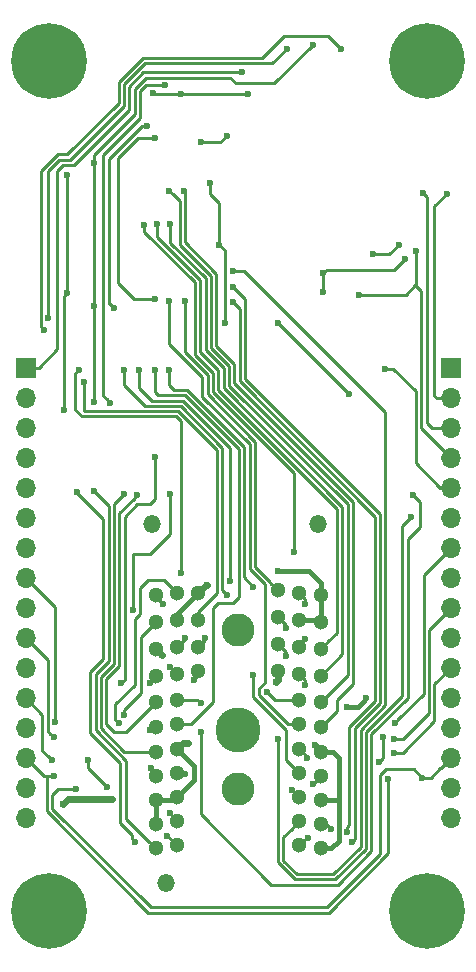
<source format=gbl>
G04 #@! TF.FileFunction,Copper,L2,Bot,Signal*
%FSLAX46Y46*%
G04 Gerber Fmt 4.6, Leading zero omitted, Abs format (unit mm)*
G04 Created by KiCad (PCBNEW 4.0.6) date 03/31/18 20:17:10*
%MOMM*%
%LPD*%
G01*
G04 APERTURE LIST*
%ADD10C,0.100000*%
%ADD11C,6.400000*%
%ADD12O,1.500000X1.500000*%
%ADD13C,2.800000*%
%ADD14C,3.800000*%
%ADD15C,1.300000*%
%ADD16R,1.700000X1.700000*%
%ADD17O,1.700000X1.700000*%
%ADD18C,0.600000*%
%ADD19C,0.250000*%
%ADD20C,0.450000*%
%ADD21C,0.600000*%
%ADD22C,0.400000*%
G04 APERTURE END LIST*
D10*
D11*
X84000000Y-24000000D03*
X116000000Y-24000000D03*
X116000000Y-96000000D03*
D12*
X92700000Y-63200000D03*
X106800000Y-63200000D03*
D13*
X100000000Y-72200000D03*
D14*
X100000000Y-80650000D03*
D15*
X93020000Y-90700000D03*
X94820000Y-90450000D03*
X96620000Y-75700000D03*
X106980000Y-90700000D03*
X105180000Y-90450000D03*
X106980000Y-88650000D03*
X106980000Y-86600000D03*
X106980000Y-84550000D03*
X106980000Y-82500000D03*
X106980000Y-80400000D03*
X106980000Y-78300000D03*
X106980000Y-76100000D03*
X106980000Y-73820000D03*
X106980000Y-71540000D03*
X106980000Y-69260000D03*
X105180000Y-88400000D03*
X105180000Y-86350000D03*
X105180000Y-84300000D03*
X105180000Y-82250000D03*
X105180000Y-80200000D03*
X105180000Y-78100000D03*
X105180000Y-75900000D03*
X105180000Y-73620000D03*
X105180000Y-71340000D03*
X105180000Y-69060000D03*
X103380000Y-75700000D03*
X103380000Y-73420000D03*
X103380000Y-71140000D03*
X103380000Y-68860000D03*
X96620000Y-73620000D03*
X96620000Y-71340000D03*
X96620000Y-69060000D03*
X93020000Y-88650000D03*
X93020000Y-86600000D03*
X93020000Y-84550000D03*
X93020000Y-82500000D03*
X93020000Y-80400000D03*
X93020000Y-78300000D03*
X93020000Y-76100000D03*
X93020000Y-73820000D03*
X93020000Y-71540000D03*
X93020000Y-69260000D03*
X94820000Y-88400000D03*
X94820000Y-86350000D03*
X94820000Y-84300000D03*
X94820000Y-82250000D03*
X94820000Y-80200000D03*
X94820000Y-78100000D03*
X94820000Y-75900000D03*
X94820000Y-73620000D03*
X94820000Y-71340000D03*
X94820000Y-69060000D03*
D13*
X100000000Y-85700000D03*
D12*
X93900000Y-93600000D03*
D11*
X84000000Y-96000000D03*
D16*
X118000000Y-50000000D03*
D17*
X118000000Y-52540000D03*
X118000000Y-55080000D03*
X118000000Y-57620000D03*
X118000000Y-60160000D03*
X118000000Y-62700000D03*
X118000000Y-65240000D03*
X118000000Y-67780000D03*
X118000000Y-70320000D03*
X118000000Y-72860000D03*
X118000000Y-75400000D03*
X118000000Y-77940000D03*
X118000000Y-80480000D03*
X118000000Y-83020000D03*
X118000000Y-85560000D03*
X118000000Y-88100000D03*
D16*
X82000000Y-50000000D03*
D17*
X82000000Y-52540000D03*
X82000000Y-55080000D03*
X82000000Y-57620000D03*
X82000000Y-60160000D03*
X82000000Y-62700000D03*
X82000000Y-65240000D03*
X82000000Y-67780000D03*
X82000000Y-70320000D03*
X82000000Y-72860000D03*
X82000000Y-75400000D03*
X82000000Y-77940000D03*
X82000000Y-80480000D03*
X82000000Y-83020000D03*
X82000000Y-85560000D03*
X82000000Y-88100000D03*
D18*
X98850000Y-46175000D03*
X98400000Y-39600000D03*
X97600000Y-34400000D03*
X99025000Y-30375000D03*
X96875000Y-30925000D03*
X85525000Y-33700000D03*
X85525000Y-43675000D03*
X85300000Y-53600000D03*
X111400000Y-40400000D03*
X113600000Y-39600000D03*
X111900000Y-83400000D03*
X112300000Y-81300000D03*
X88900000Y-85500000D03*
X87275000Y-83175000D03*
X110850000Y-78000000D03*
X109184981Y-78699989D03*
X89325000Y-86525000D03*
X85204449Y-86904449D03*
X107200000Y-43600000D03*
X114100000Y-40800000D03*
X97400000Y-68400000D03*
X106500000Y-81925000D03*
X95725000Y-81750000D03*
X93525000Y-74300000D03*
X103200000Y-76600000D03*
X103400000Y-67200018D03*
X107200000Y-42000000D03*
X87825000Y-60475000D03*
X93975000Y-89625000D03*
X96225000Y-76425000D03*
X105875000Y-89800000D03*
X99575000Y-44475000D03*
X109249957Y-89269741D03*
X107825000Y-89075000D03*
X106300000Y-85220000D03*
X99575000Y-43175000D03*
X109600000Y-90175000D03*
X95460000Y-35030000D03*
X94190000Y-35030000D03*
X94275000Y-37850000D03*
X93125000Y-37850000D03*
X99575002Y-41825000D03*
X104550000Y-85750000D03*
X94160000Y-50220000D03*
X101275000Y-76025000D03*
X101300000Y-68525000D03*
X105800000Y-83000000D03*
X94175000Y-44375000D03*
X114624999Y-62675000D03*
X115675000Y-35175000D03*
X103350000Y-81475000D03*
X102425000Y-77425000D03*
X105700000Y-76850000D03*
X104700000Y-65600000D03*
X105625000Y-72950000D03*
X92050000Y-37875000D03*
X105700000Y-70025000D03*
X104050000Y-74400000D03*
X104050000Y-72050000D03*
X95525000Y-44350000D03*
X90350000Y-50199998D03*
X97225000Y-72875000D03*
X99075000Y-69200000D03*
X86950000Y-51175000D03*
X92600000Y-83900000D03*
X90300000Y-60700000D03*
X92563393Y-80649999D03*
X91475000Y-60775000D03*
X92950000Y-57575000D03*
X90100000Y-76725000D03*
X92550000Y-76725000D03*
X90300000Y-79375000D03*
X86525000Y-50150000D03*
X95150000Y-67400000D03*
X93625000Y-70000000D03*
X94200000Y-87725000D03*
X86400000Y-60525000D03*
X91300000Y-90150000D03*
X95500000Y-84400000D03*
X92975000Y-50200000D03*
X114825000Y-60775000D03*
X117675000Y-35275000D03*
X96825000Y-80825000D03*
X96825000Y-78425000D03*
X94200000Y-60725000D03*
X91075000Y-70525000D03*
X94250000Y-75350000D03*
X91610000Y-50190000D03*
X99350000Y-68075002D03*
X95500000Y-72900000D03*
X89900000Y-80100000D03*
X92810000Y-26730000D03*
X95200000Y-26800000D03*
X100800000Y-26800000D03*
X87820000Y-44790000D03*
X106325000Y-22650000D03*
X87775000Y-32650000D03*
X87825000Y-52925000D03*
X86300000Y-85625000D03*
X115600000Y-84700000D03*
X112674965Y-84855188D03*
X84400000Y-84600000D03*
X92925000Y-44175000D03*
X92925000Y-30550000D03*
X89450000Y-44940000D03*
X92250000Y-29550000D03*
X93800000Y-26075021D03*
X89175000Y-52975000D03*
X115100000Y-40099996D03*
X110200000Y-43800000D03*
X100300000Y-24999994D03*
X83940000Y-45790000D03*
X104100000Y-23000000D03*
X83590000Y-46800000D03*
X108700000Y-23000000D03*
X109400000Y-52200000D03*
X103400000Y-46200000D03*
X112425000Y-50125000D03*
X84500000Y-80000000D03*
X84399992Y-81300000D03*
X84200000Y-83200000D03*
X113200000Y-82600000D03*
X113200000Y-81400000D03*
X113260000Y-80050000D03*
D19*
X98850000Y-45750736D02*
X98850000Y-46175000D01*
X98850000Y-40050000D02*
X98850000Y-45750736D01*
X98400000Y-39600000D02*
X98850000Y-40050000D01*
X97600000Y-35275000D02*
X98400000Y-36075000D01*
X98400000Y-36075000D02*
X98400000Y-39600000D01*
X97600000Y-34400000D02*
X97600000Y-35275000D01*
X96875000Y-30925000D02*
X98475000Y-30925000D01*
X98475000Y-30925000D02*
X99025000Y-30375000D01*
X85525000Y-33700000D02*
X85525000Y-43675000D01*
X85300000Y-53600000D02*
X85300000Y-43900000D01*
X85300000Y-43900000D02*
X85525000Y-43675000D01*
X113600000Y-39600000D02*
X112800000Y-40400000D01*
X112800000Y-40400000D02*
X111400000Y-40400000D01*
X112300000Y-83000000D02*
X112199999Y-83100001D01*
X112300000Y-81300000D02*
X112300000Y-83000000D01*
X112199999Y-83100001D02*
X111900000Y-83400000D01*
X87275000Y-83875000D02*
X88600001Y-85200001D01*
X87275000Y-83175000D02*
X87275000Y-83875000D01*
X88600001Y-85200001D02*
X88900000Y-85500000D01*
D20*
X110550001Y-78299999D02*
X110850000Y-78000000D01*
X110150011Y-78699989D02*
X110550001Y-78299999D01*
X109184981Y-78699989D02*
X110150011Y-78699989D01*
D21*
X85583899Y-86525000D02*
X85504448Y-86604450D01*
X89325000Y-86525000D02*
X85583899Y-86525000D01*
X85504448Y-86604450D02*
X85204449Y-86904449D01*
D22*
X108500000Y-86600000D02*
X108500000Y-83000000D01*
X108500000Y-83000000D02*
X108000000Y-82500000D01*
X108000000Y-82500000D02*
X106980000Y-82500000D01*
X106980000Y-86600000D02*
X108500000Y-86600000D01*
X108500000Y-86600000D02*
X108549956Y-86649956D01*
X106980000Y-90700000D02*
X107899238Y-90700000D01*
X107899238Y-90700000D02*
X108549956Y-90049282D01*
X108549956Y-90049282D02*
X108549956Y-86649956D01*
X106980000Y-86600000D02*
X107600000Y-86600000D01*
D19*
X107200000Y-42000000D02*
X107200000Y-43600000D01*
X113200000Y-41700000D02*
X107499999Y-41700001D01*
X107499999Y-41700001D02*
X107200000Y-42000000D01*
X114100000Y-40800000D02*
X113200000Y-41700000D01*
D21*
X97280000Y-68400000D02*
X96620000Y-69060000D01*
X97400000Y-68400000D02*
X97280000Y-68400000D01*
D22*
X96299989Y-84870011D02*
X95469999Y-85700001D01*
X96299989Y-83729989D02*
X96299989Y-84870011D01*
X94820000Y-82250000D02*
X96299989Y-83729989D01*
X95469999Y-85700001D02*
X94820000Y-86350000D01*
D21*
X106799999Y-82224999D02*
X106500000Y-81925000D01*
X106980000Y-82405000D02*
X106799999Y-82224999D01*
X106980000Y-82500000D02*
X106980000Y-82405000D01*
X95725000Y-81750000D02*
X95320000Y-81750000D01*
X95320000Y-81750000D02*
X94820000Y-82250000D01*
X93020000Y-73820000D02*
X93045000Y-73820000D01*
X93045000Y-73820000D02*
X93525000Y-74300000D01*
X103380000Y-75700000D02*
X103380000Y-76420000D01*
X103380000Y-76420000D02*
X103200000Y-76600000D01*
D22*
X103400000Y-67200018D02*
X103400018Y-67200000D01*
X103400018Y-67200000D02*
X106000000Y-67200000D01*
X106000000Y-67200000D02*
X107000000Y-68200000D01*
X107000000Y-68200000D02*
X107000000Y-69240000D01*
X107000000Y-69240000D02*
X106980000Y-69260000D01*
D19*
X106980000Y-82500000D02*
X106980000Y-82180000D01*
X106980000Y-82180000D02*
X106899999Y-82099999D01*
D22*
X93020000Y-86600000D02*
X94570000Y-86600000D01*
X94570000Y-86600000D02*
X94820000Y-86350000D01*
X93020000Y-88650000D02*
X93020000Y-86600000D01*
X106980000Y-69260000D02*
X106980000Y-71540000D01*
X105180000Y-71340000D02*
X106780000Y-71340000D01*
D21*
X106780000Y-71340000D02*
X106980000Y-71540000D01*
D22*
X96620000Y-69060000D02*
X94820000Y-70860000D01*
D19*
X92370001Y-90050001D02*
X93020000Y-90700000D01*
X90500009Y-83263599D02*
X90500009Y-88180009D01*
X87950011Y-80713601D02*
X90500009Y-83263599D01*
X87825000Y-60475000D02*
X89050011Y-61700011D01*
X87950011Y-75961399D02*
X87950011Y-80713601D01*
X89050011Y-74861400D02*
X87950011Y-75961399D01*
X90500009Y-88180009D02*
X92370001Y-90050001D01*
X89050011Y-61700011D02*
X89050011Y-74861400D01*
X93975000Y-89625000D02*
X93995000Y-89625000D01*
X93995000Y-89625000D02*
X94820000Y-90450000D01*
X96225000Y-76425000D02*
X96225000Y-76095000D01*
X96225000Y-76095000D02*
X96620000Y-75700000D01*
X105875000Y-89800000D02*
X105830000Y-89800000D01*
X105830000Y-89800000D02*
X105180000Y-90450000D01*
X109249957Y-89269741D02*
X109249957Y-88845477D01*
X109249957Y-88845477D02*
X109400000Y-88695434D01*
X109400000Y-88695434D02*
X109400000Y-80375002D01*
X109400000Y-80375002D02*
X111574978Y-78200024D01*
X111574978Y-78200024D02*
X111574978Y-62597799D01*
X111574978Y-62597799D02*
X100124244Y-51147066D01*
X100124244Y-51147066D02*
X100124244Y-45024244D01*
X100124244Y-45024244D02*
X99874999Y-44774999D01*
X99874999Y-44774999D02*
X99575000Y-44475000D01*
X106980000Y-88650000D02*
X107400000Y-88650000D01*
X107400000Y-88650000D02*
X107825000Y-89075000D01*
X106980000Y-84550000D02*
X106310000Y-85220000D01*
X106310000Y-85220000D02*
X106300000Y-85220000D01*
X112024989Y-78386424D02*
X109899999Y-80511414D01*
X99575000Y-43175000D02*
X100574255Y-44174255D01*
X100574255Y-44174255D02*
X100574255Y-50960666D01*
X109899999Y-80511414D02*
X109899999Y-89875001D01*
X100574255Y-50960666D02*
X112024989Y-62411399D01*
X109899999Y-89875001D02*
X109600000Y-90175000D01*
X112024989Y-62411399D02*
X112024989Y-78386424D01*
X106980000Y-80400000D02*
X108350000Y-79030000D01*
X108350000Y-79030000D02*
X108350000Y-78150000D01*
X108350000Y-78150000D02*
X109725000Y-76775000D01*
X109725000Y-76775000D02*
X109725000Y-61384233D01*
X99674233Y-49658465D02*
X98150000Y-48134232D01*
X98150000Y-48134232D02*
X98150000Y-42029357D01*
X109725000Y-61384233D02*
X99674233Y-51333466D01*
X99674233Y-51333466D02*
X99674233Y-49658465D01*
X98150000Y-42029357D02*
X95500000Y-39379357D01*
X95500000Y-39379357D02*
X95500000Y-35310000D01*
X95490000Y-35060000D02*
X95460000Y-35030000D01*
X95500000Y-35310000D02*
X95490000Y-35300000D01*
X95490000Y-35300000D02*
X95490000Y-35060000D01*
X94489999Y-35329999D02*
X94190000Y-35030000D01*
X95049989Y-35889989D02*
X94489999Y-35329999D01*
X97699989Y-42215757D02*
X95049989Y-39565757D01*
X97699989Y-48320632D02*
X97699989Y-42215757D01*
X106980000Y-78300000D02*
X109274989Y-76005011D01*
X99224222Y-49844865D02*
X97699989Y-48320632D01*
X109274989Y-61570633D02*
X99224222Y-51519866D01*
X109274989Y-76005011D02*
X109274989Y-61570633D01*
X99224222Y-51519866D02*
X99224222Y-49844865D01*
X95049989Y-39565757D02*
X95049989Y-35889989D01*
X108824978Y-61757033D02*
X98774211Y-51706266D01*
X97249978Y-42402156D02*
X94275000Y-39427178D01*
X97249978Y-48507032D02*
X97249978Y-42402156D01*
X98774211Y-51706266D02*
X98774211Y-50031265D01*
X108824978Y-74255022D02*
X108824978Y-61757033D01*
X94275000Y-38274264D02*
X94275000Y-37850000D01*
X94275000Y-39427178D02*
X94275000Y-38274264D01*
X98774211Y-50031265D02*
X97249978Y-48507032D01*
X106980000Y-76100000D02*
X108824978Y-74255022D01*
X107629999Y-73170001D02*
X106980000Y-73820000D01*
X108374967Y-61943433D02*
X108374967Y-72425033D01*
X98324200Y-50217665D02*
X98324200Y-51892666D01*
X98324200Y-51892666D02*
X108374967Y-61943433D01*
X96799967Y-48693432D02*
X98324200Y-50217665D01*
X96799967Y-42588556D02*
X96799967Y-48693432D01*
X93125000Y-37850000D02*
X93125000Y-38913589D01*
X93125000Y-38913589D02*
X96799967Y-42588556D01*
X108374967Y-72425033D02*
X107629999Y-73170001D01*
X99575002Y-41825000D02*
X100515000Y-41825000D01*
X112475000Y-53785000D02*
X112475000Y-78572824D01*
X103825000Y-91725000D02*
X103825000Y-89755000D01*
X100515000Y-41825000D02*
X112475000Y-53785000D01*
X110374977Y-90545793D02*
X108045770Y-92875000D01*
X112475000Y-78572824D02*
X110374977Y-80672847D01*
X110374977Y-80672847D02*
X110374977Y-90545793D01*
X104975000Y-92875000D02*
X103825000Y-91725000D01*
X108045770Y-92875000D02*
X104975000Y-92875000D01*
X103825000Y-89755000D02*
X104530001Y-89049999D01*
X104530001Y-89049999D02*
X105180000Y-88400000D01*
X104849999Y-86049999D02*
X104550000Y-85750000D01*
X105180000Y-86350000D02*
X105150000Y-86350000D01*
X105150000Y-86350000D02*
X104849999Y-86049999D01*
X94160000Y-50220000D02*
X94160000Y-50644264D01*
X94170000Y-51500000D02*
X94530000Y-51860000D01*
X94530000Y-51860000D02*
X95680644Y-51860000D01*
X94160000Y-50644264D02*
X94170000Y-50654264D01*
X94170000Y-50654264D02*
X94170000Y-51500000D01*
X95680644Y-51860000D02*
X100524978Y-56704334D01*
X100524978Y-56704334D02*
X100524978Y-67749978D01*
X100524978Y-67749978D02*
X101300000Y-68525000D01*
X105180000Y-84300000D02*
X104050000Y-83170000D01*
X104050000Y-83170000D02*
X104050000Y-80636415D01*
X104050000Y-80636415D02*
X101275000Y-77861415D01*
X101275000Y-76888611D02*
X101275000Y-76025000D01*
X101275000Y-77861415D02*
X101275000Y-76888611D01*
X105800000Y-83000000D02*
X105800000Y-82870000D01*
X105800000Y-82870000D02*
X105180000Y-82250000D01*
X94175000Y-44799264D02*
X94175000Y-44375000D01*
X94175000Y-47977698D02*
X94175000Y-44799264D01*
X100974989Y-56452687D02*
X96974167Y-52451866D01*
X101774998Y-77714236D02*
X101774998Y-77124998D01*
X102249999Y-68336410D02*
X100974989Y-67061400D01*
X96974167Y-52451866D02*
X96974167Y-50776865D01*
X96974167Y-50776865D02*
X94175000Y-47977698D01*
X102249999Y-76649997D02*
X102249999Y-68336410D01*
X105180000Y-80200000D02*
X104260762Y-80200000D01*
X100974989Y-67061400D02*
X100974989Y-56452687D01*
X101774998Y-77124998D02*
X102249999Y-76649997D01*
X104260762Y-80200000D02*
X101774998Y-77714236D01*
X103350000Y-91886411D02*
X104788600Y-93325011D01*
X113900000Y-63399999D02*
X114325000Y-62974999D01*
X110824988Y-90732192D02*
X110824988Y-80859247D01*
X110824988Y-80859247D02*
X113900000Y-77784235D01*
X103350000Y-81475000D02*
X103350000Y-91886411D01*
X108232169Y-93325011D02*
X110824988Y-90732192D01*
X113900000Y-77784235D02*
X113900000Y-63399999D01*
X104788600Y-93325011D02*
X108232169Y-93325011D01*
X114325000Y-62974999D02*
X114624999Y-62675000D01*
X116025000Y-54700000D02*
X116405000Y-55080000D01*
X116405000Y-55080000D02*
X118000000Y-55080000D01*
X116025000Y-35525000D02*
X116025000Y-54700000D01*
X115675000Y-35175000D02*
X116025000Y-35525000D01*
X105180000Y-78100000D02*
X103100000Y-78100000D01*
X103100000Y-78100000D02*
X102425000Y-77425000D01*
X105700000Y-76850000D02*
X105700000Y-76420000D01*
X105700000Y-76420000D02*
X105180000Y-75900000D01*
X97874189Y-52079066D02*
X97874189Y-50404065D01*
X97874189Y-50404065D02*
X96349956Y-48879832D01*
X96349956Y-42774956D02*
X92050000Y-38475000D01*
X104700000Y-58904876D02*
X97874189Y-52079066D01*
X92050000Y-38475000D02*
X92050000Y-38299264D01*
X96349956Y-48879832D02*
X96349956Y-42774956D01*
X104700000Y-65600000D02*
X104700000Y-58904876D01*
X92050000Y-38299264D02*
X92050000Y-37875000D01*
X105180000Y-73620000D02*
X105180000Y-73395000D01*
X105180000Y-73395000D02*
X105625000Y-72950000D01*
X105700000Y-70025000D02*
X105700000Y-69580000D01*
X105700000Y-69580000D02*
X105180000Y-69060000D01*
X104050000Y-74400000D02*
X104050000Y-74090000D01*
X104050000Y-74090000D02*
X103380000Y-73420000D01*
X104050000Y-72050000D02*
X104050000Y-71810000D01*
X104050000Y-71810000D02*
X103380000Y-71140000D01*
X102730001Y-68210001D02*
X103380000Y-68860000D01*
X97424178Y-52265466D02*
X101425000Y-56266287D01*
X95525000Y-48691287D02*
X97424178Y-50590465D01*
X95525000Y-44350000D02*
X95525000Y-48691287D01*
X102730001Y-68180001D02*
X102730001Y-68210001D01*
X101425000Y-66875000D02*
X102730001Y-68180001D01*
X97424178Y-50590465D02*
X97424178Y-52265466D01*
X101425000Y-56266287D02*
X101425000Y-66875000D01*
X90350000Y-51450000D02*
X90350000Y-50624262D01*
X90350000Y-50624262D02*
X90350000Y-50199998D01*
X95136389Y-53224978D02*
X92124978Y-53224978D01*
X98675000Y-56763589D02*
X95136389Y-53224978D01*
X98675000Y-68800000D02*
X98675000Y-56763589D01*
X99075000Y-69200000D02*
X98675000Y-68800000D01*
X92124978Y-53224978D02*
X90350000Y-51450000D01*
X97225000Y-72875000D02*
X97225000Y-73015000D01*
X97225000Y-73015000D02*
X96620000Y-73620000D01*
X99036388Y-69161388D02*
X99075000Y-69200000D01*
X96620000Y-71340000D02*
X96620000Y-70680000D01*
X98224988Y-69075012D02*
X98224988Y-56949988D01*
X96620000Y-70680000D02*
X98224988Y-69075012D01*
X98224988Y-56949988D02*
X94949989Y-53674989D01*
X94949989Y-53674989D02*
X86950000Y-53674989D01*
X86950000Y-53674989D02*
X86950000Y-51175000D01*
X93020000Y-84320000D02*
X92899999Y-84199999D01*
X92899999Y-84199999D02*
X92600000Y-83900000D01*
X93020000Y-84550000D02*
X93020000Y-84320000D01*
X89500022Y-61499978D02*
X90000001Y-60999999D01*
X89500022Y-75047800D02*
X89500022Y-61499978D01*
X88400022Y-80525022D02*
X88400022Y-76147799D01*
X90375000Y-82500000D02*
X88400022Y-80525022D01*
X93020000Y-82500000D02*
X90375000Y-82500000D01*
X88400022Y-76147799D02*
X89500022Y-75047800D01*
X90000001Y-60999999D02*
X90300000Y-60700000D01*
X92563393Y-80649999D02*
X92770001Y-80649999D01*
X92770001Y-80649999D02*
X93020000Y-80400000D01*
X93020000Y-78300000D02*
X90495000Y-80825000D01*
X91175001Y-61074999D02*
X91475000Y-60775000D01*
X89950033Y-62299967D02*
X91175001Y-61074999D01*
X90495000Y-80825000D02*
X89475000Y-80825000D01*
X89475000Y-80825000D02*
X88850033Y-80200033D01*
X89950033Y-75234200D02*
X89950033Y-62299967D01*
X88850033Y-76334199D02*
X89950033Y-75234200D01*
X88850033Y-80200033D02*
X88850033Y-76334199D01*
X92950000Y-57999264D02*
X92950000Y-57575000D01*
X92950000Y-61114915D02*
X92950000Y-57999264D01*
X90400044Y-62625692D02*
X91475735Y-61550001D01*
X90400044Y-76424956D02*
X90400044Y-62625692D01*
X90100000Y-76725000D02*
X90400044Y-76424956D01*
X91475735Y-61550001D02*
X92514914Y-61550001D01*
X92514914Y-61550001D02*
X92950000Y-61114915D01*
X93020000Y-76100000D02*
X93020000Y-76255000D01*
X93020000Y-76255000D02*
X92550000Y-76725000D01*
X93020000Y-71540000D02*
X91750000Y-72810000D01*
X91750000Y-72810000D02*
X91750000Y-77500736D01*
X91750000Y-77500736D02*
X90300000Y-78950736D01*
X90300000Y-78950736D02*
X90300000Y-79375000D01*
X86763590Y-54125000D02*
X86225001Y-53586411D01*
X95150000Y-67400000D02*
X95150000Y-54525000D01*
X94750000Y-54125000D02*
X86763590Y-54125000D01*
X95150000Y-54525000D02*
X94750000Y-54125000D01*
X86225001Y-53586411D02*
X86225001Y-50449999D01*
X86225001Y-50449999D02*
X86525000Y-50150000D01*
X93020000Y-69260000D02*
X93020000Y-69395000D01*
X93020000Y-69395000D02*
X93625000Y-70000000D01*
X94820000Y-88400000D02*
X94820000Y-88345000D01*
X94820000Y-88345000D02*
X94200000Y-87725000D01*
X90025000Y-88575000D02*
X91000001Y-89550001D01*
X88600000Y-62825000D02*
X88600000Y-74675000D01*
X91000001Y-89850001D02*
X91300000Y-90150000D01*
X86400000Y-60525000D02*
X86400000Y-60625000D01*
X86400000Y-60625000D02*
X88600000Y-62825000D01*
X88600000Y-74675000D02*
X87500000Y-75775000D01*
X87500000Y-75775000D02*
X87500000Y-80900000D01*
X87500000Y-80900000D02*
X90025000Y-83425000D01*
X90025000Y-83425000D02*
X90025000Y-88575000D01*
X91000001Y-89550001D02*
X91000001Y-89850001D01*
X94820000Y-84300000D02*
X95400000Y-84300000D01*
X95400000Y-84300000D02*
X95500000Y-84400000D01*
X94820000Y-80200000D02*
X95975004Y-80200000D01*
X95509189Y-52324956D02*
X93249956Y-52324956D01*
X95975004Y-80200000D02*
X97900000Y-78275004D01*
X97900000Y-78275004D02*
X97900000Y-70325000D01*
X97900000Y-70325000D02*
X98300000Y-69925000D01*
X100074967Y-69375033D02*
X100074967Y-56890734D01*
X98300000Y-69925000D02*
X99525000Y-69925000D01*
X99525000Y-69925000D02*
X100074967Y-69375033D01*
X100074967Y-56890734D02*
X95509189Y-52324956D01*
X93249956Y-52324956D02*
X92975000Y-52050000D01*
X92975000Y-52050000D02*
X92975000Y-50200000D01*
X114350011Y-64529989D02*
X115375002Y-63504998D01*
X96825000Y-87800000D02*
X102800022Y-93775022D01*
X114350011Y-77970635D02*
X114350011Y-64529989D01*
X108418568Y-93775022D02*
X111274999Y-90918591D01*
X115124999Y-61074999D02*
X114825000Y-60775000D01*
X115375002Y-63504998D02*
X115375002Y-61325002D01*
X96825000Y-80825000D02*
X96825000Y-87800000D01*
X102800022Y-93775022D02*
X108418568Y-93775022D01*
X111274999Y-81045647D02*
X114350011Y-77970635D01*
X115375002Y-61325002D02*
X115124999Y-61074999D01*
X111274999Y-90918591D02*
X111274999Y-81045647D01*
X117675000Y-35275000D02*
X116625000Y-36325000D01*
X116797919Y-52540000D02*
X118000000Y-52540000D01*
X116625000Y-36325000D02*
X116625000Y-52367081D01*
X116625000Y-52367081D02*
X116797919Y-52540000D01*
X94820000Y-78100000D02*
X96500000Y-78100000D01*
X96500000Y-78100000D02*
X96825000Y-78425000D01*
X92550000Y-65750000D02*
X94200000Y-64100000D01*
X94200000Y-64100000D02*
X94200000Y-60725000D01*
X91075000Y-70525000D02*
X91075000Y-65750000D01*
X91075000Y-65750000D02*
X92550000Y-65750000D01*
X94820000Y-75900000D02*
X94800000Y-75900000D01*
X94800000Y-75900000D02*
X94250000Y-75350000D01*
X91610000Y-50614264D02*
X91610000Y-50190000D01*
X91610000Y-51685000D02*
X91610000Y-50614264D01*
X92699967Y-52774967D02*
X91610000Y-51685000D01*
X95322789Y-52774967D02*
X92699967Y-52774967D01*
X99350000Y-56802178D02*
X95322789Y-52774967D01*
X99350000Y-68075002D02*
X99350000Y-56802178D01*
X95500000Y-72940000D02*
X95500000Y-72900000D01*
X94820000Y-73620000D02*
X95500000Y-72940000D01*
X92375000Y-67975000D02*
X93735000Y-67975000D01*
X91700001Y-70825001D02*
X91700001Y-68649999D01*
X91700001Y-68649999D02*
X92375000Y-67975000D01*
X89600001Y-78499999D02*
X91250000Y-76850000D01*
X91250000Y-71275002D02*
X91700001Y-70825001D01*
X91250000Y-76850000D02*
X91250000Y-71275002D01*
X89900000Y-80100000D02*
X89600001Y-79800001D01*
X93735000Y-67975000D02*
X94170001Y-68410001D01*
X89600001Y-79800001D02*
X89600001Y-78499999D01*
X94170001Y-68410001D02*
X94820000Y-69060000D01*
X92880000Y-26800000D02*
X92810000Y-26730000D01*
X95200000Y-26800000D02*
X92880000Y-26800000D01*
X100800000Y-26800000D02*
X95200000Y-26800000D01*
X91234389Y-26379200D02*
X91234389Y-28540611D01*
X87775000Y-32225736D02*
X87775000Y-32650000D01*
X92163578Y-25450011D02*
X91234389Y-26379200D01*
X99300011Y-25450011D02*
X92163578Y-25450011D01*
X106325000Y-22650000D02*
X103045000Y-25930000D01*
X87775000Y-32000000D02*
X87775000Y-32225736D01*
X99780000Y-25930000D02*
X99300011Y-25450011D01*
X91234389Y-28540611D02*
X87775000Y-32000000D01*
X103045000Y-25930000D02*
X99780000Y-25930000D01*
X87775000Y-32650000D02*
X87775000Y-44745000D01*
X87825000Y-52925000D02*
X87825000Y-44795000D01*
X87775000Y-44745000D02*
X87820000Y-44790000D01*
X87825000Y-44795000D02*
X87820000Y-44790000D01*
X112000011Y-91159989D02*
X107485000Y-95675000D01*
X84775000Y-85625000D02*
X85875736Y-85625000D01*
X107485000Y-95675000D02*
X92586410Y-95675000D01*
X115600000Y-84700000D02*
X114900000Y-84000000D01*
X114900000Y-84000000D02*
X112500000Y-84000000D01*
X112500000Y-84000000D02*
X112000011Y-84499989D01*
X112000011Y-84499989D02*
X112000011Y-91159989D01*
X92586410Y-95675000D02*
X84250000Y-87338590D01*
X84250000Y-87338590D02*
X84250000Y-86150000D01*
X84250000Y-86150000D02*
X84775000Y-85625000D01*
X85875736Y-85625000D02*
X86300000Y-85625000D01*
X117130001Y-83869999D02*
X116300000Y-84700000D01*
X116300000Y-84700000D02*
X115600000Y-84700000D01*
X118000000Y-83020000D02*
X117150001Y-83869999D01*
X117150001Y-83869999D02*
X117130001Y-83869999D01*
X83580000Y-84600000D02*
X83840000Y-84600000D01*
X83840000Y-84600000D02*
X84400000Y-84600000D01*
X83799989Y-85200011D02*
X83799989Y-84640011D01*
X83799989Y-84640011D02*
X83840000Y-84600000D01*
X112674965Y-85279452D02*
X112674965Y-84855188D01*
X107671400Y-96125011D02*
X112674965Y-91121446D01*
X83799989Y-87524990D02*
X92400010Y-96125011D01*
X83799989Y-85200011D02*
X83799989Y-87524990D01*
X112674965Y-91121446D02*
X112674965Y-85279452D01*
X92400010Y-96125011D02*
X107671400Y-96125011D01*
X82000000Y-83020000D02*
X83580000Y-84600000D01*
X92925000Y-30550000D02*
X91490000Y-30550000D01*
X91490000Y-30550000D02*
X89820000Y-32220000D01*
X89820000Y-32220000D02*
X89820000Y-42850000D01*
X89820000Y-42850000D02*
X91145000Y-44175000D01*
X91145000Y-44175000D02*
X92925000Y-44175000D01*
X89150001Y-44640001D02*
X89450000Y-44940000D01*
X89080001Y-32295735D02*
X89080001Y-44570001D01*
X92250000Y-29550000D02*
X91825736Y-29550000D01*
X91825736Y-29550000D02*
X89080001Y-32295735D01*
X89080001Y-44570001D02*
X89150001Y-44640001D01*
X93800000Y-26075021D02*
X92174979Y-26075021D01*
X92174979Y-26075021D02*
X91700000Y-26550000D01*
X91700000Y-26550000D02*
X91700000Y-28874998D01*
X91700000Y-28874998D02*
X88574998Y-32000000D01*
X88574998Y-32000000D02*
X88574998Y-52374998D01*
X88574998Y-52374998D02*
X88875001Y-52675001D01*
X88875001Y-52675001D02*
X89175000Y-52975000D01*
X115000000Y-43000000D02*
X115470011Y-43470011D01*
X115470011Y-43470011D02*
X115470011Y-55090011D01*
X115470011Y-55090011D02*
X117150001Y-56770001D01*
X117150001Y-56770001D02*
X118000000Y-57620000D01*
X115100000Y-40524260D02*
X115100000Y-40099996D01*
X115100000Y-42900000D02*
X115100000Y-40524260D01*
X115000000Y-43000000D02*
X115100000Y-42900000D01*
X114200000Y-43800000D02*
X115000000Y-43000000D01*
X114000000Y-43800000D02*
X114200000Y-43800000D01*
X110200000Y-43800000D02*
X114000000Y-43800000D01*
X91977184Y-24999994D02*
X90784378Y-26192800D01*
X83100000Y-50000000D02*
X82000000Y-50000000D01*
X84650000Y-33370000D02*
X84650000Y-48450000D01*
X85150000Y-32870000D02*
X84650000Y-33370000D01*
X86130000Y-32870000D02*
X85150000Y-32870000D01*
X90784378Y-28215622D02*
X86130000Y-32870000D01*
X90784378Y-26192800D02*
X90784378Y-28215622D01*
X100300000Y-24999994D02*
X91977184Y-24999994D01*
X84650000Y-48450000D02*
X83100000Y-50000000D01*
X104100000Y-23000000D02*
X102860000Y-24240000D01*
X102860000Y-24240000D02*
X92100767Y-24240000D01*
X92100767Y-24240000D02*
X90334367Y-26006400D01*
X90334367Y-27865633D02*
X85800000Y-32400000D01*
X90334367Y-26006400D02*
X90334367Y-27865633D01*
X85800000Y-32400000D02*
X84856410Y-32400000D01*
X84856410Y-32400000D02*
X83940000Y-33316410D01*
X83940000Y-33316410D02*
X83940000Y-45365736D01*
X83940000Y-45365736D02*
X83940000Y-45790000D01*
X83590000Y-46800000D02*
X83290001Y-46500001D01*
X107600000Y-21900000D02*
X108700000Y-23000000D01*
X83290001Y-46500001D02*
X83290001Y-33329999D01*
X89884356Y-27545644D02*
X89884356Y-25820000D01*
X102010000Y-23790000D02*
X103900000Y-21900000D01*
X83290001Y-33329999D02*
X84740000Y-31880000D01*
X103900000Y-21900000D02*
X107600000Y-21900000D01*
X84740000Y-31880000D02*
X85550000Y-31880000D01*
X85550000Y-31880000D02*
X89884356Y-27545644D01*
X89884356Y-25820000D02*
X91914356Y-23790000D01*
X91914356Y-23790000D02*
X102010000Y-23790000D01*
X103400000Y-46200000D02*
X109400000Y-52200000D01*
X112425000Y-50125000D02*
X113155000Y-50125000D01*
X113155000Y-50125000D02*
X115020000Y-51990000D01*
X115020000Y-51990000D02*
X115020000Y-58080000D01*
X115020000Y-58080000D02*
X117100000Y-60160000D01*
X117100000Y-60160000D02*
X118000000Y-60160000D01*
X84500000Y-79575736D02*
X84500000Y-80000000D01*
X84500000Y-70280000D02*
X84500000Y-79575736D01*
X82000000Y-67780000D02*
X84500000Y-70280000D01*
X82000000Y-72860000D02*
X83874998Y-74734998D01*
X83874998Y-74734998D02*
X83874998Y-80775006D01*
X83874998Y-80775006D02*
X84099993Y-81000001D01*
X84099993Y-81000001D02*
X84399992Y-81300000D01*
X82000000Y-77940000D02*
X83424987Y-79364987D01*
X83424987Y-79364987D02*
X83424987Y-82424987D01*
X83424987Y-82424987D02*
X83900001Y-82900001D01*
X83900001Y-82900001D02*
X84200000Y-83200000D01*
X113624264Y-82600000D02*
X113200000Y-82600000D01*
X113935864Y-82600000D02*
X113624264Y-82600000D01*
X116600000Y-79935864D02*
X113935864Y-82600000D01*
X116600000Y-76800000D02*
X116600000Y-79935864D01*
X118000000Y-75400000D02*
X116600000Y-76800000D01*
X118000000Y-70320000D02*
X116149990Y-72170010D01*
X116149990Y-72170010D02*
X116149990Y-79240010D01*
X113990000Y-81400000D02*
X113624264Y-81400000D01*
X116149990Y-79240010D02*
X113990000Y-81400000D01*
X113624264Y-81400000D02*
X113200000Y-81400000D01*
X113559999Y-79750001D02*
X113260000Y-80050000D01*
X115699979Y-77610021D02*
X113559999Y-79750001D01*
X115699979Y-67540021D02*
X115699979Y-77610021D01*
X118000000Y-65240000D02*
X115699979Y-67540021D01*
M02*

</source>
